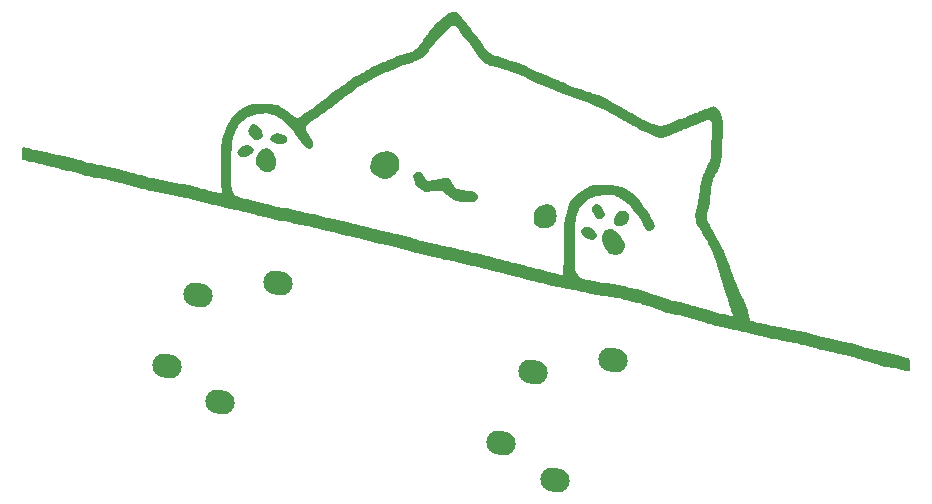
<source format=gbr>
%TF.GenerationSoftware,KiCad,Pcbnew,(5.99.0-11661-g1332208ab1)*%
%TF.CreationDate,2021-08-31T19:17:50-04:00*%
%TF.ProjectId,bongocat,626f6e67-6f63-4617-942e-6b696361645f,rev?*%
%TF.SameCoordinates,Original*%
%TF.FileFunction,Legend,Top*%
%TF.FilePolarity,Positive*%
%FSLAX46Y46*%
G04 Gerber Fmt 4.6, Leading zero omitted, Abs format (unit mm)*
G04 Created by KiCad (PCBNEW (5.99.0-11661-g1332208ab1)) date 2021-08-31 19:17:50*
%MOMM*%
%LPD*%
G01*
G04 APERTURE LIST*
G04 Aperture macros list*
%AMHorizOval*
0 Thick line with rounded ends*
0 $1 width*
0 $2 $3 position (X,Y) of the first rounded end (center of the circle)*
0 $4 $5 position (X,Y) of the second rounded end (center of the circle)*
0 Add line between two ends*
20,1,$1,$2,$3,$4,$5,0*
0 Add two circle primitives to create the rounded ends*
1,1,$1,$2,$3*
1,1,$1,$4,$5*%
G04 Aperture macros list end*
%ADD10HorizOval,2.000000X0.243593X-0.056238X-0.243593X0.056238X0*%
G04 APERTURE END LIST*
%TO.C,G\u002A\u002A\u002A*%
G36*
X153625351Y-65639330D02*
G01*
X153744200Y-65664090D01*
X153820501Y-65696256D01*
X153829317Y-65705001D01*
X153890243Y-65751036D01*
X153951598Y-65776644D01*
X154042154Y-65838563D01*
X154142829Y-65956376D01*
X154233917Y-66101990D01*
X154295711Y-66247316D01*
X154303973Y-66278938D01*
X154338961Y-66407001D01*
X154388001Y-66554551D01*
X154394850Y-66573095D01*
X154452710Y-66825099D01*
X154441978Y-67069456D01*
X154366845Y-67286615D01*
X154231504Y-67457026D01*
X154199971Y-67482036D01*
X153951534Y-67618457D01*
X153700584Y-67667590D01*
X153452212Y-67628986D01*
X153302761Y-67561370D01*
X153172019Y-67479417D01*
X153060686Y-67388380D01*
X152943088Y-67264968D01*
X152836011Y-67137980D01*
X152771186Y-67005603D01*
X152733490Y-66819105D01*
X152724579Y-66609771D01*
X152746108Y-66408885D01*
X152789924Y-66267399D01*
X152948117Y-65994925D01*
X153133106Y-65795322D01*
X153338411Y-65673462D01*
X153557548Y-65634220D01*
X153625351Y-65639330D01*
G37*
G36*
X181780001Y-70422416D02*
G01*
X181932990Y-70526113D01*
X181961339Y-70555497D01*
X182045960Y-70676293D01*
X182127928Y-70835170D01*
X182196066Y-71004199D01*
X182239193Y-71155457D01*
X182246134Y-71261016D01*
X182245271Y-71264831D01*
X182176951Y-71403190D01*
X182058287Y-71536703D01*
X181920586Y-71634046D01*
X181849921Y-71660413D01*
X181763118Y-71666194D01*
X181681357Y-71630447D01*
X181576857Y-71539857D01*
X181556671Y-71519884D01*
X181452891Y-71396596D01*
X181345918Y-71238331D01*
X181250207Y-71070617D01*
X181180215Y-70918980D01*
X181150395Y-70808947D01*
X181150175Y-70802037D01*
X181183141Y-70689780D01*
X181265392Y-70561343D01*
X181371962Y-70449833D01*
X181456720Y-70395564D01*
X181610946Y-70375636D01*
X181780001Y-70422416D01*
G37*
G36*
X177434685Y-70401737D02*
G01*
X177597309Y-70415165D01*
X177704370Y-70440317D01*
X177789334Y-70492999D01*
X177885667Y-70589019D01*
X177926796Y-70634170D01*
X178029729Y-70763036D01*
X178099413Y-70879720D01*
X178120000Y-70948012D01*
X178134780Y-71061211D01*
X178170342Y-71192868D01*
X178170554Y-71193475D01*
X178193792Y-71371801D01*
X178164550Y-71588422D01*
X178091665Y-71816956D01*
X177983977Y-72031023D01*
X177850323Y-72204243D01*
X177823359Y-72229792D01*
X177626920Y-72350928D01*
X177380038Y-72421040D01*
X177107491Y-72436901D01*
X176834057Y-72395286D01*
X176750851Y-72369455D01*
X176556946Y-72269605D01*
X176391290Y-72126980D01*
X176275602Y-71963672D01*
X176235337Y-71845059D01*
X176227430Y-71661473D01*
X176247983Y-71433997D01*
X176290923Y-71200906D01*
X176350178Y-71000470D01*
X176380248Y-70931710D01*
X176545701Y-70700601D01*
X176770221Y-70531921D01*
X177045371Y-70429912D01*
X177362713Y-70398813D01*
X177434685Y-70401737D01*
G37*
G36*
X154830447Y-64420868D02*
G01*
X155075776Y-64487009D01*
X155255888Y-64590325D01*
X155364915Y-64723617D01*
X155396989Y-64879688D01*
X155346243Y-65051340D01*
X155345527Y-65052683D01*
X155273231Y-65126701D01*
X155149876Y-65205503D01*
X155010507Y-65270876D01*
X154890168Y-65304607D01*
X154858947Y-65305559D01*
X154780707Y-65298317D01*
X154646084Y-65285478D01*
X154518209Y-65273117D01*
X154299590Y-65232930D01*
X154143259Y-65152991D01*
X154026136Y-65019153D01*
X153984293Y-64945807D01*
X153945621Y-64847445D01*
X153956568Y-64761644D01*
X153989783Y-64689893D01*
X154117886Y-64528451D01*
X154303412Y-64431012D01*
X154548670Y-64396838D01*
X154830447Y-64420868D01*
G37*
G36*
X152751866Y-63661311D02*
G01*
X152927849Y-63772814D01*
X153083080Y-63935861D01*
X153203629Y-64131805D01*
X153275566Y-64341998D01*
X153284960Y-64547792D01*
X153280924Y-64572916D01*
X153212608Y-64736687D01*
X153088508Y-64869532D01*
X152931693Y-64957198D01*
X152765237Y-64985430D01*
X152652638Y-64961068D01*
X152560061Y-64898001D01*
X152440185Y-64786007D01*
X152315638Y-64649980D01*
X152209054Y-64514815D01*
X152143063Y-64405408D01*
X152139468Y-64396582D01*
X152094792Y-64182422D01*
X152118459Y-63981630D01*
X152201370Y-63810651D01*
X152334428Y-63685932D01*
X152508535Y-63623920D01*
X152569061Y-63620000D01*
X152751866Y-63661311D01*
G37*
G36*
X149741740Y-67537182D02*
G01*
X149747578Y-67078139D01*
X149749788Y-66933736D01*
X149758477Y-66444610D01*
X149768186Y-66036118D01*
X149779563Y-65699771D01*
X149793251Y-65427081D01*
X149809897Y-65209559D01*
X149830146Y-65038718D01*
X149854644Y-64906070D01*
X149884037Y-64803124D01*
X149917895Y-64723499D01*
X149951730Y-64629706D01*
X149957467Y-64589815D01*
X149977103Y-64511809D01*
X150020109Y-64413966D01*
X150076176Y-64279499D01*
X150114146Y-64150237D01*
X150163578Y-63998460D01*
X150251055Y-63797219D01*
X150363839Y-63570285D01*
X150489193Y-63341434D01*
X150614377Y-63134437D01*
X150726654Y-62973070D01*
X150776282Y-62914480D01*
X150924428Y-62775566D01*
X151124353Y-62610838D01*
X151350727Y-62439164D01*
X151578216Y-62279414D01*
X151781490Y-62150456D01*
X151862847Y-62105125D01*
X151973209Y-62051356D01*
X152085224Y-62007441D01*
X152223806Y-61965272D01*
X152413869Y-61916743D01*
X152519473Y-61891465D01*
X152608655Y-61881132D01*
X152768483Y-61873066D01*
X152980497Y-61867798D01*
X153226237Y-61865855D01*
X153388421Y-61866562D01*
X153771653Y-61876705D01*
X154084014Y-61902023D01*
X154343053Y-61946522D01*
X154566319Y-62014206D01*
X154771362Y-62109081D01*
X154961642Y-62225607D01*
X155121280Y-62328157D01*
X155283712Y-62424763D01*
X155371403Y-62472500D01*
X155489530Y-62546541D01*
X155642325Y-62661008D01*
X155800838Y-62793907D01*
X155834602Y-62824350D01*
X156018515Y-62978456D01*
X156164925Y-63063544D01*
X156287857Y-63083310D01*
X156401339Y-63041452D01*
X156467480Y-62991165D01*
X156657868Y-62827960D01*
X156814102Y-62702222D01*
X156925799Y-62621950D01*
X156981428Y-62595088D01*
X157036874Y-62569779D01*
X157145006Y-62502165D01*
X157288203Y-62404710D01*
X157448843Y-62289878D01*
X157609307Y-62170135D01*
X157751974Y-62057947D01*
X157813944Y-62006159D01*
X157956268Y-61890417D01*
X158106549Y-61778080D01*
X158149319Y-61748421D01*
X158283423Y-61655659D01*
X158408131Y-61565566D01*
X158431605Y-61547895D01*
X158556521Y-61454950D01*
X158675026Y-61369649D01*
X158778111Y-61289752D01*
X158911241Y-61177128D01*
X159007277Y-61091140D01*
X159119757Y-60992288D01*
X159207551Y-60923761D01*
X159247640Y-60901754D01*
X159301857Y-60872582D01*
X159355050Y-60823772D01*
X159429814Y-60753944D01*
X159531480Y-60682066D01*
X159683468Y-60592110D01*
X159738421Y-60561395D01*
X159842506Y-60496591D01*
X159988974Y-60396606D01*
X160156733Y-60276885D01*
X160324692Y-60152873D01*
X160471758Y-60040016D01*
X160576839Y-59953760D01*
X160607462Y-59924996D01*
X160703787Y-59843769D01*
X160852176Y-59741643D01*
X161033091Y-59629611D01*
X161226991Y-59518666D01*
X161414337Y-59419800D01*
X161575590Y-59344007D01*
X161691208Y-59302279D01*
X161722745Y-59297544D01*
X161787724Y-59272704D01*
X161887702Y-59213154D01*
X161989304Y-59141349D01*
X162059155Y-59079744D01*
X162070467Y-59063596D01*
X162121508Y-59030658D01*
X162129142Y-59030175D01*
X162190833Y-59006062D01*
X162288766Y-58946289D01*
X162314815Y-58928041D01*
X162424446Y-58859834D01*
X162584200Y-58773163D01*
X162762446Y-58685050D01*
X162790877Y-58671813D01*
X162946726Y-58596941D01*
X163067758Y-58533115D01*
X163133787Y-58491181D01*
X163139941Y-58484298D01*
X163190565Y-58458519D01*
X163261994Y-58450877D01*
X163342386Y-58432032D01*
X163482724Y-58380682D01*
X163663455Y-58304603D01*
X163865026Y-58211570D01*
X163871000Y-58208691D01*
X164155927Y-58072101D01*
X164372180Y-57970915D01*
X164530694Y-57900475D01*
X164642404Y-57856122D01*
X164718246Y-57833195D01*
X164766824Y-57827017D01*
X164843539Y-57803074D01*
X164861391Y-57785031D01*
X164917571Y-57754569D01*
X165030549Y-57725079D01*
X165097968Y-57713757D01*
X165554721Y-57618743D01*
X165942195Y-57469834D01*
X166262937Y-57265893D01*
X166414752Y-57126809D01*
X166517907Y-57008031D01*
X166632538Y-56858896D01*
X166745108Y-56699384D01*
X166842081Y-56549474D01*
X166909918Y-56429145D01*
X166935087Y-56358860D01*
X166964493Y-56310038D01*
X167036309Y-56232503D01*
X167046491Y-56222807D01*
X167122017Y-56140667D01*
X167157507Y-56080043D01*
X167157894Y-56076179D01*
X167185393Y-56028509D01*
X167257472Y-55933457D01*
X167358505Y-55809354D01*
X167472865Y-55674531D01*
X167584927Y-55547316D01*
X167679064Y-55446042D01*
X167739649Y-55389037D01*
X167748333Y-55383567D01*
X167779697Y-55332250D01*
X167781754Y-55311682D01*
X167813126Y-55257608D01*
X167895436Y-55164271D01*
X168010974Y-55049245D01*
X168142033Y-54930104D01*
X168270901Y-54824422D01*
X168278820Y-54818407D01*
X168372100Y-54744861D01*
X168501966Y-54638757D01*
X168644799Y-54519839D01*
X168776981Y-54407850D01*
X168874891Y-54322535D01*
X168902981Y-54296660D01*
X169010847Y-54224372D01*
X169095182Y-54191566D01*
X169179132Y-54157153D01*
X169207719Y-54123590D01*
X169246607Y-54094927D01*
X169344913Y-54084365D01*
X169475104Y-54090462D01*
X169609645Y-54111773D01*
X169721001Y-54146857D01*
X169729527Y-54150931D01*
X169830364Y-54220350D01*
X169956396Y-54332884D01*
X170059443Y-54441092D01*
X170194497Y-54594747D01*
X170352117Y-54773381D01*
X170481847Y-54919898D01*
X170620905Y-55088488D01*
X170773679Y-55291945D01*
X170908745Y-55488292D01*
X170917411Y-55501758D01*
X171041929Y-55685650D01*
X171178392Y-55870559D01*
X171299912Y-56020261D01*
X171314335Y-56036495D01*
X171421439Y-56159177D01*
X171507595Y-56265083D01*
X171547193Y-56320563D01*
X171591449Y-56389730D01*
X171672200Y-56511009D01*
X171775266Y-56663198D01*
X171825701Y-56736928D01*
X171927954Y-56889037D01*
X172007534Y-57013345D01*
X172053127Y-57091879D01*
X172059649Y-57108589D01*
X172089589Y-57152264D01*
X172168517Y-57238771D01*
X172280091Y-57350322D01*
X172293596Y-57363300D01*
X172536036Y-57563689D01*
X172795247Y-57723365D01*
X173045002Y-57827106D01*
X173129122Y-57848141D01*
X173246853Y-57877565D01*
X173419548Y-57927996D01*
X173618319Y-57990251D01*
X173814275Y-58055146D01*
X173978530Y-58113498D01*
X174042631Y-58138540D01*
X174139029Y-58174875D01*
X174276171Y-58222773D01*
X174332280Y-58241564D01*
X174980185Y-58469432D01*
X175576036Y-58707081D01*
X176053061Y-58923605D01*
X176371035Y-59077176D01*
X176629435Y-59199259D01*
X176848079Y-59298854D01*
X177046789Y-59384963D01*
X177245384Y-59466586D01*
X177273333Y-59477779D01*
X177446119Y-59547878D01*
X177617479Y-59619096D01*
X177696666Y-59652845D01*
X177833604Y-59708638D01*
X178013272Y-59777313D01*
X178175701Y-59836454D01*
X178322994Y-59892934D01*
X178430212Y-59942362D01*
X178476094Y-59974825D01*
X178476491Y-59976707D01*
X178514452Y-60002785D01*
X178580467Y-60010526D01*
X178675809Y-60023578D01*
X178717865Y-60043947D01*
X178783680Y-60076857D01*
X178791130Y-60077368D01*
X178853672Y-60099462D01*
X178953095Y-60153714D01*
X179061053Y-60222079D01*
X179149204Y-60286515D01*
X179189202Y-60328975D01*
X179189473Y-60330956D01*
X179228364Y-60359324D01*
X179324126Y-60387928D01*
X179345930Y-60392330D01*
X179456658Y-60422083D01*
X179523056Y-60456549D01*
X179526806Y-60461192D01*
X179585066Y-60490759D01*
X179671138Y-60501151D01*
X179762524Y-60516077D01*
X179913478Y-60555980D01*
X180100269Y-60614147D01*
X180236666Y-60661075D01*
X180443317Y-60733244D01*
X180638677Y-60798352D01*
X180795138Y-60847345D01*
X180860526Y-60865662D01*
X181014123Y-60910850D01*
X181156583Y-60962375D01*
X181172456Y-60969100D01*
X181302222Y-61017335D01*
X181461488Y-61065937D01*
X181506666Y-61077852D01*
X181620729Y-61107853D01*
X181715468Y-61138082D01*
X181817740Y-61178982D01*
X181954402Y-61240992D01*
X182085965Y-61303051D01*
X182284515Y-61401404D01*
X182490840Y-61510579D01*
X182686595Y-61620081D01*
X182853436Y-61719413D01*
X182973016Y-61798081D01*
X183021754Y-61838430D01*
X183070437Y-61869632D01*
X183176240Y-61926823D01*
X183311403Y-61995202D01*
X183483623Y-62084187D01*
X183690416Y-62197148D01*
X183890412Y-62311423D01*
X183912982Y-62324736D01*
X184119074Y-62443901D01*
X184346348Y-62570848D01*
X184547760Y-62679326D01*
X184559122Y-62685262D01*
X184813841Y-62821505D01*
X185090004Y-62976635D01*
X185410714Y-63163715D01*
X185517994Y-63227382D01*
X185623948Y-63281968D01*
X185779488Y-63352313D01*
X185948444Y-63422183D01*
X186120648Y-63490361D01*
X186278369Y-63553615D01*
X186386140Y-63597706D01*
X186642804Y-63698287D01*
X186835812Y-63758832D01*
X186959776Y-63777829D01*
X186997804Y-63769285D01*
X187077553Y-63734430D01*
X187099122Y-63730366D01*
X187207894Y-63714312D01*
X187341692Y-63684968D01*
X187464468Y-63651315D01*
X187540173Y-63622335D01*
X187544737Y-63619335D01*
X187615951Y-63587946D01*
X187730727Y-63555897D01*
X187745263Y-63552718D01*
X187858434Y-63517107D01*
X188019936Y-63451978D01*
X188199476Y-63369784D01*
X188245589Y-63347046D01*
X188416518Y-63267562D01*
X188569506Y-63207402D01*
X188678468Y-63176484D01*
X188699714Y-63174386D01*
X188794458Y-63158098D01*
X188837017Y-63129824D01*
X188900934Y-63090099D01*
X188936356Y-63085263D01*
X189011116Y-63068014D01*
X189139470Y-63022689D01*
X189294260Y-62958922D01*
X189301358Y-62955797D01*
X189504223Y-62868049D01*
X189734217Y-62771244D01*
X189906491Y-62700574D01*
X190066146Y-62631994D01*
X190197038Y-62568114D01*
X190273315Y-62521654D01*
X190277305Y-62518111D01*
X190369015Y-62468396D01*
X190413218Y-62461403D01*
X190504107Y-62441998D01*
X190532579Y-62425217D01*
X190593228Y-62395757D01*
X190715409Y-62350568D01*
X190874975Y-62298449D01*
X190909122Y-62288007D01*
X191083837Y-62233924D01*
X191236551Y-62184408D01*
X191337554Y-62149126D01*
X191345693Y-62145947D01*
X191494663Y-62107724D01*
X191624290Y-62131458D01*
X191758337Y-62224431D01*
X191829798Y-62294298D01*
X191933405Y-62412822D01*
X192009693Y-62519493D01*
X192035706Y-62572807D01*
X192063638Y-62660951D01*
X192111618Y-62799501D01*
X192158579Y-62929298D01*
X192185431Y-63004527D01*
X192206678Y-63075791D01*
X192222744Y-63153720D01*
X192234054Y-63248945D01*
X192241033Y-63372096D01*
X192244106Y-63533804D01*
X192243699Y-63744700D01*
X192240237Y-64015413D01*
X192234143Y-64356575D01*
X192228060Y-64667193D01*
X192219508Y-65034223D01*
X192208955Y-65384445D01*
X192196976Y-65704805D01*
X192184145Y-65982248D01*
X192171036Y-66203717D01*
X192158224Y-66356159D01*
X192151646Y-66405088D01*
X192113295Y-66600374D01*
X192066998Y-66804119D01*
X192018603Y-66993740D01*
X191973961Y-67146654D01*
X191938919Y-67240278D01*
X191932358Y-67251754D01*
X191900371Y-67324974D01*
X191870443Y-67427006D01*
X191819263Y-67551922D01*
X191737303Y-67678531D01*
X191730615Y-67686653D01*
X191659638Y-67782961D01*
X191623334Y-67855602D01*
X191622105Y-67864384D01*
X191595855Y-67936257D01*
X191563181Y-67983509D01*
X191486540Y-68122370D01*
X191414889Y-68349773D01*
X191348325Y-68665266D01*
X191286945Y-69068404D01*
X191241238Y-69457544D01*
X191199371Y-69844621D01*
X191162791Y-70154722D01*
X191129324Y-70399678D01*
X191096797Y-70591324D01*
X191063036Y-70741491D01*
X191025866Y-70862014D01*
X190983113Y-70964724D01*
X190953588Y-71023268D01*
X190927610Y-71105716D01*
X190900964Y-71242870D01*
X190884700Y-71361302D01*
X190873573Y-71512322D01*
X190884477Y-71637403D01*
X190925447Y-71760718D01*
X191004515Y-71906443D01*
X191129714Y-72098752D01*
X191129794Y-72098871D01*
X191197044Y-72208406D01*
X191293041Y-72377846D01*
X191406857Y-72587292D01*
X191527560Y-72816843D01*
X191576714Y-72912568D01*
X191687408Y-73126767D01*
X191786027Y-73311984D01*
X191864751Y-73453967D01*
X191915764Y-73538462D01*
X191929289Y-73555342D01*
X191970601Y-73613096D01*
X191998621Y-73682090D01*
X192036632Y-73772838D01*
X192104713Y-73909848D01*
X192183278Y-74054720D01*
X192265861Y-74210182D01*
X192331912Y-74351484D01*
X192365325Y-74442279D01*
X192399697Y-74541321D01*
X192461474Y-74687821D01*
X192537001Y-74849474D01*
X192614866Y-75023761D01*
X192703599Y-75246575D01*
X192788804Y-75480974D01*
X192823568Y-75584737D01*
X192966465Y-76011259D01*
X193097379Y-76369217D01*
X193223351Y-76677116D01*
X193317874Y-76884345D01*
X193384602Y-77033514D01*
X193431857Y-77157309D01*
X193449122Y-77227066D01*
X193476708Y-77305796D01*
X193496722Y-77324509D01*
X193526041Y-77385381D01*
X193520401Y-77416262D01*
X193517315Y-77471041D01*
X193530692Y-77478596D01*
X193565575Y-77516412D01*
X193610481Y-77610648D01*
X193623545Y-77645702D01*
X193737303Y-77929818D01*
X193883535Y-78215929D01*
X193969544Y-78363538D01*
X194058845Y-78535752D01*
X194147789Y-78745360D01*
X194208648Y-78920556D01*
X194275876Y-79138716D01*
X194353313Y-79381619D01*
X194411381Y-79558187D01*
X194465241Y-79743430D01*
X194503734Y-79923110D01*
X194518595Y-80058590D01*
X194518596Y-80059502D01*
X194526999Y-80179872D01*
X194558175Y-80233096D01*
X194596579Y-80241598D01*
X194675217Y-80256260D01*
X194809386Y-80294695D01*
X194971355Y-80348887D01*
X194986491Y-80354315D01*
X195202445Y-80418406D01*
X195445435Y-80470225D01*
X195622902Y-80494343D01*
X195784091Y-80512609D01*
X195907507Y-80535204D01*
X195968919Y-80557566D01*
X195970883Y-80559872D01*
X196028834Y-80589166D01*
X196103761Y-80597895D01*
X196223079Y-80615709D01*
X196290517Y-80641735D01*
X196371123Y-80668627D01*
X196511565Y-80698704D01*
X196683039Y-80725899D01*
X196702105Y-80728397D01*
X196926175Y-80761959D01*
X197170567Y-80805880D01*
X197348245Y-80843092D01*
X197577338Y-80894371D01*
X197807901Y-80942370D01*
X198075220Y-80994309D01*
X198217193Y-81020945D01*
X198327260Y-81042571D01*
X198478294Y-81073567D01*
X198551403Y-81088934D01*
X198728092Y-81124042D01*
X198932901Y-81161442D01*
X199040504Y-81179726D01*
X199210753Y-81210988D01*
X199365928Y-81245176D01*
X199441556Y-81265617D01*
X199559163Y-81300758D01*
X199721301Y-81347017D01*
X199843684Y-81380901D01*
X200003321Y-81424980D01*
X200165858Y-81471196D01*
X200355913Y-81526679D01*
X200598103Y-81598561D01*
X200698263Y-81628472D01*
X200829487Y-81659390D01*
X200996201Y-81688246D01*
X201067196Y-81697727D01*
X201201171Y-81719968D01*
X201294344Y-81747296D01*
X201318142Y-81762852D01*
X201375741Y-81791456D01*
X201461665Y-81801579D01*
X201561106Y-81812678D01*
X201716502Y-81841614D01*
X201897857Y-81882650D01*
X201938070Y-81892684D01*
X202150595Y-81946233D01*
X202311292Y-81985133D01*
X202454563Y-82017255D01*
X202614810Y-82050472D01*
X202717894Y-82071113D01*
X202869163Y-82101244D01*
X203062496Y-82139786D01*
X203230351Y-82173270D01*
X203423849Y-82217167D01*
X203614770Y-82269015D01*
X203742807Y-82310887D01*
X203882542Y-82361982D01*
X203999972Y-82402525D01*
X204032456Y-82412816D01*
X204115385Y-82447673D01*
X204143859Y-82469457D01*
X204196899Y-82495337D01*
X204307940Y-82528400D01*
X204388947Y-82547518D01*
X204568168Y-82590169D01*
X204768952Y-82643697D01*
X204856842Y-82669154D01*
X205038823Y-82719006D01*
X205263484Y-82771182D01*
X205545166Y-82828755D01*
X205898208Y-82894799D01*
X205970877Y-82907902D01*
X206320094Y-82980065D01*
X206705555Y-83075754D01*
X206995789Y-83157712D01*
X207336613Y-83257055D01*
X207612610Y-83332098D01*
X207817803Y-83381319D01*
X207946218Y-83403200D01*
X207965000Y-83404214D01*
X208005869Y-83407698D01*
X208033783Y-83426671D01*
X208051209Y-83475425D01*
X208060618Y-83568252D01*
X208064478Y-83719446D01*
X208065259Y-83943299D01*
X208065263Y-83984561D01*
X208066583Y-84231925D01*
X208061645Y-84400861D01*
X208037096Y-84501778D01*
X207979588Y-84545090D01*
X207875767Y-84541206D01*
X207712286Y-84500540D01*
X207485965Y-84436320D01*
X207299590Y-84382700D01*
X207143548Y-84334346D01*
X207039342Y-84298100D01*
X207010794Y-84285109D01*
X206943847Y-84266119D01*
X206813580Y-84246345D01*
X206645681Y-84229520D01*
X206609741Y-84226830D01*
X206320388Y-84194834D01*
X206017833Y-84141585D01*
X205729268Y-84073311D01*
X205481885Y-83996242D01*
X205337823Y-83935457D01*
X205246809Y-83904711D01*
X205113029Y-83875027D01*
X205070455Y-83867912D01*
X204942119Y-83842568D01*
X204850818Y-83814214D01*
X204834561Y-83805377D01*
X204766555Y-83775958D01*
X204647160Y-83740735D01*
X204589473Y-83726789D01*
X204445537Y-83690599D01*
X204257025Y-83638200D01*
X204048969Y-83577143D01*
X203846401Y-83514976D01*
X203674356Y-83459248D01*
X203557865Y-83417509D01*
X203542280Y-83410998D01*
X203351469Y-83332475D01*
X203195556Y-83284116D01*
X203031433Y-83252977D01*
X203002210Y-83248822D01*
X202841078Y-83222187D01*
X202693528Y-83190706D01*
X202651052Y-83179344D01*
X202503712Y-83139529D01*
X202295004Y-83087937D01*
X202050895Y-83030571D01*
X201797349Y-82973431D01*
X201560330Y-82922519D01*
X201403333Y-82890935D01*
X201090380Y-82827786D01*
X200783046Y-82760417D01*
X200510543Y-82695445D01*
X200333859Y-82648679D01*
X200164220Y-82602633D01*
X199990786Y-82558513D01*
X199977368Y-82555269D01*
X199839590Y-82517367D01*
X199726221Y-82478277D01*
X199710000Y-82471275D01*
X199614478Y-82437611D01*
X199473247Y-82398913D01*
X199398070Y-82381337D01*
X199228960Y-82343739D01*
X199025766Y-82297762D01*
X198885614Y-82265612D01*
X198696533Y-82221973D01*
X198508139Y-82178600D01*
X198395438Y-82152726D01*
X198242509Y-82122437D01*
X198047663Y-82090126D01*
X197885365Y-82067105D01*
X197710593Y-82040436D01*
X197556680Y-82009565D01*
X197462032Y-81982855D01*
X197316894Y-81939205D01*
X197094363Y-81890198D01*
X196805837Y-81838158D01*
X196568421Y-81800827D01*
X196371205Y-81765190D01*
X196141185Y-81714629D01*
X195944561Y-81664479D01*
X195755104Y-81615100D01*
X195573366Y-81573457D01*
X195437210Y-81548193D01*
X195432105Y-81547492D01*
X195307585Y-81523978D01*
X195220808Y-81495333D01*
X195209298Y-81488281D01*
X195141823Y-81461752D01*
X195019745Y-81433701D01*
X194941929Y-81420773D01*
X194804387Y-81396965D01*
X194702799Y-81372194D01*
X194674561Y-81360925D01*
X194609473Y-81338075D01*
X194486024Y-81307040D01*
X194362631Y-81280921D01*
X194181622Y-81243650D01*
X194005233Y-81204348D01*
X193917017Y-81182983D01*
X193775558Y-81147992D01*
X193592564Y-81104335D01*
X193449122Y-81071010D01*
X193163043Y-81005441D01*
X192875753Y-80939476D01*
X192614023Y-80879269D01*
X192404620Y-80830974D01*
X192357368Y-80820043D01*
X192222467Y-80790727D01*
X192039279Y-80753348D01*
X191847173Y-80715937D01*
X191844912Y-80715508D01*
X191627255Y-80668543D01*
X191394360Y-80609444D01*
X191221052Y-80558570D01*
X191023141Y-80495575D01*
X190814840Y-80430822D01*
X190686315Y-80391843D01*
X190429476Y-80313315D01*
X190203088Y-80240344D01*
X190028023Y-80179789D01*
X189951052Y-80150093D01*
X189850412Y-80119643D01*
X189711037Y-80090339D01*
X189672777Y-80084087D01*
X189550554Y-80057628D01*
X189470508Y-80025620D01*
X189458480Y-80014719D01*
X189399247Y-79983587D01*
X189321633Y-79974035D01*
X189198432Y-79955969D01*
X189126113Y-79929177D01*
X189036889Y-79897586D01*
X188895514Y-79863559D01*
X188783691Y-79842977D01*
X188592374Y-79808071D01*
X188373558Y-79761965D01*
X188235438Y-79729529D01*
X188046909Y-79683823D01*
X187858926Y-79640197D01*
X187745263Y-79615184D01*
X187523417Y-79559063D01*
X187299142Y-79479952D01*
X187136949Y-79411793D01*
X187027399Y-79369642D01*
X186950524Y-79350308D01*
X186946959Y-79350175D01*
X186868369Y-79330368D01*
X186820009Y-79308226D01*
X186736779Y-79274100D01*
X186600339Y-79228629D01*
X186475263Y-79191642D01*
X186202960Y-79112486D01*
X185974281Y-79039763D01*
X185805095Y-78978719D01*
X185729464Y-78945172D01*
X185640038Y-78910623D01*
X185602514Y-78904561D01*
X185530658Y-78887362D01*
X185422516Y-78845509D01*
X185412524Y-78841045D01*
X185228150Y-78775007D01*
X184971854Y-78708878D01*
X184660727Y-78646963D01*
X184603684Y-78637179D01*
X184381089Y-78593277D01*
X184148069Y-78536791D01*
X183946565Y-78478207D01*
X183890701Y-78458947D01*
X183572952Y-78364662D01*
X183243919Y-78304584D01*
X183155438Y-78295593D01*
X183005978Y-78280310D01*
X182887197Y-78262182D01*
X182843508Y-78251357D01*
X182754498Y-78230920D01*
X182629312Y-78214907D01*
X182620701Y-78214191D01*
X182488606Y-78199184D01*
X182315208Y-78173869D01*
X182197368Y-78154127D01*
X182024136Y-78123664D01*
X181804300Y-78085540D01*
X181579140Y-78046903D01*
X181528947Y-78038357D01*
X181299626Y-77997294D01*
X181057313Y-77950580D01*
X180848137Y-77907166D01*
X180815965Y-77900033D01*
X180614100Y-77856233D01*
X180405519Y-77813489D01*
X180263045Y-77786193D01*
X180119757Y-77756509D01*
X180010748Y-77727211D01*
X179973396Y-77712156D01*
X179896878Y-77687097D01*
X179744479Y-77656241D01*
X179529072Y-77621884D01*
X179278596Y-77588194D01*
X178998014Y-77543680D01*
X178802421Y-77490891D01*
X178766140Y-77476019D01*
X178679333Y-77450612D01*
X178533904Y-77421445D01*
X178359827Y-77394451D01*
X178342807Y-77392204D01*
X177756169Y-77286397D01*
X177295614Y-77167672D01*
X177162742Y-77131269D01*
X176990464Y-77087558D01*
X176765452Y-77033295D01*
X176474380Y-76965239D01*
X176270701Y-76918321D01*
X176023539Y-76861338D01*
X175841928Y-76818503D01*
X175704469Y-76784397D01*
X175589766Y-76753598D01*
X175476422Y-76720683D01*
X175401754Y-76698146D01*
X175213195Y-76640861D01*
X175014995Y-76580753D01*
X174933859Y-76556186D01*
X174756713Y-76509931D01*
X174551455Y-76466558D01*
X174444759Y-76448195D01*
X174274380Y-76418773D01*
X174119131Y-76386221D01*
X174043706Y-76366608D01*
X173602565Y-76236502D01*
X173181727Y-76121931D01*
X172735654Y-76010706D01*
X172549824Y-75966727D01*
X172431598Y-75937278D01*
X172260950Y-75892601D01*
X172071286Y-75841468D01*
X172037368Y-75832163D01*
X171879039Y-75788946D01*
X171745647Y-75753820D01*
X171614311Y-75721278D01*
X171462148Y-75685815D01*
X171266279Y-75641924D01*
X171034737Y-75590889D01*
X170640763Y-75503824D01*
X170326918Y-75433280D01*
X170086079Y-75377598D01*
X169911126Y-75335119D01*
X169794938Y-75304183D01*
X169762645Y-75294454D01*
X169631970Y-75261242D01*
X169469428Y-75230388D01*
X169417294Y-75222576D01*
X169294785Y-75198472D01*
X169219310Y-75169534D01*
X169207719Y-75155346D01*
X169168329Y-75130334D01*
X169070668Y-75116598D01*
X169040614Y-75115779D01*
X168880889Y-75102884D01*
X168712496Y-75072797D01*
X168695263Y-75068511D01*
X168498975Y-75020273D01*
X168271151Y-74968229D01*
X168045330Y-74919697D01*
X167855047Y-74881996D01*
X167781754Y-74869178D01*
X167647245Y-74842624D01*
X167476383Y-74802599D01*
X167380701Y-74777812D01*
X167146692Y-74714733D01*
X166973141Y-74668644D01*
X166834537Y-74633032D01*
X166705369Y-74601385D01*
X166560129Y-74567190D01*
X166511754Y-74555957D01*
X166249717Y-74491619D01*
X166004721Y-74424897D01*
X165800526Y-74362602D01*
X165665087Y-74313345D01*
X165566862Y-74280222D01*
X165427355Y-74242665D01*
X165375438Y-74230494D01*
X165216407Y-74192685D01*
X165024501Y-74144046D01*
X164907544Y-74113011D01*
X164744932Y-74070152D01*
X164601661Y-74034602D01*
X164528772Y-74018251D01*
X164402978Y-73984581D01*
X164328245Y-73957102D01*
X164239997Y-73931462D01*
X164094893Y-73901950D01*
X163927193Y-73875374D01*
X163708021Y-73840176D01*
X163465176Y-73793540D01*
X163303333Y-73757725D01*
X163121139Y-73714037D01*
X162950559Y-73673245D01*
X162835438Y-73645825D01*
X162701514Y-73611095D01*
X162531323Y-73563152D01*
X162434386Y-73534379D01*
X162243736Y-73480361D01*
X162029478Y-73425220D01*
X161921929Y-73399860D01*
X161460283Y-73286734D01*
X161208947Y-73217146D01*
X161110383Y-73193371D01*
X160970440Y-73164480D01*
X160919298Y-73154828D01*
X160700550Y-73110262D01*
X160419516Y-73046154D01*
X160099457Y-72967948D01*
X159872105Y-72909680D01*
X159563309Y-72831844D01*
X159228596Y-72753335D01*
X158846804Y-72669345D01*
X158431553Y-72582224D01*
X158289500Y-72549430D01*
X158181550Y-72518180D01*
X158145338Y-72503107D01*
X158071353Y-72473863D01*
X157954408Y-72441945D01*
X157937118Y-72438050D01*
X157800503Y-72405191D01*
X157628252Y-72359935D01*
X157532631Y-72333368D01*
X157369535Y-72290198D01*
X157219739Y-72255927D01*
X157153859Y-72243882D01*
X157028531Y-72223071D01*
X156867202Y-72193367D01*
X156797368Y-72179727D01*
X156640975Y-72149111D01*
X156438769Y-72110327D01*
X156232580Y-72071393D01*
X156218070Y-72068681D01*
X156012913Y-72026353D01*
X155808667Y-71977650D01*
X155647372Y-71932644D01*
X155638772Y-71929891D01*
X155481074Y-71888894D01*
X155277219Y-71849413D01*
X155069917Y-71819659D01*
X155059473Y-71818491D01*
X154875215Y-71796941D01*
X154712953Y-71775678D01*
X154603287Y-71758756D01*
X154591579Y-71756501D01*
X154367838Y-71709480D01*
X154215662Y-71674080D01*
X154118901Y-71646120D01*
X154061409Y-71621423D01*
X154055037Y-71617656D01*
X154018529Y-71599067D01*
X153963245Y-71580712D01*
X153874326Y-71559245D01*
X153736911Y-71531319D01*
X153536141Y-71493587D01*
X153366140Y-71462493D01*
X153178528Y-71422339D01*
X152990205Y-71372667D01*
X152898245Y-71343578D01*
X152735013Y-71291662D01*
X152541749Y-71237411D01*
X152441491Y-71212092D01*
X152118562Y-71134114D01*
X151863496Y-71070452D01*
X151657138Y-71016169D01*
X151480334Y-70966327D01*
X151427719Y-70950763D01*
X151235499Y-70900886D01*
X151019799Y-70855753D01*
X150915263Y-70838209D01*
X150692606Y-70801938D01*
X150475012Y-70760289D01*
X150283329Y-70717871D01*
X150138410Y-70679293D01*
X150061629Y-70649511D01*
X149991893Y-70624533D01*
X149865071Y-70594689D01*
X149749700Y-70573431D01*
X149557197Y-70537768D01*
X149337540Y-70491104D01*
X149199649Y-70458599D01*
X149016595Y-70414360D01*
X148839149Y-70373757D01*
X148731754Y-70350907D01*
X148587607Y-70318255D01*
X148406501Y-70272009D01*
X148286140Y-70238784D01*
X148089193Y-70184710D01*
X147879383Y-70130668D01*
X147773684Y-70105113D01*
X147582603Y-70055094D01*
X147382449Y-69994456D01*
X147305789Y-69968406D01*
X147135973Y-69913047D01*
X146951971Y-69865471D01*
X146730264Y-69820414D01*
X146447337Y-69772613D01*
X146392280Y-69763964D01*
X146212518Y-69733831D01*
X146043986Y-69702074D01*
X145946666Y-69681008D01*
X145870781Y-69663540D01*
X145778299Y-69644492D01*
X145654631Y-69621193D01*
X145485194Y-69590973D01*
X145255399Y-69551158D01*
X144988596Y-69505540D01*
X144829061Y-69475872D01*
X144627112Y-69434956D01*
X144431579Y-69392774D01*
X144220993Y-69347980D01*
X143999950Y-69304613D01*
X143830000Y-69274392D01*
X143670398Y-69244498D01*
X143536117Y-69212586D01*
X143473508Y-69192254D01*
X143307505Y-69129063D01*
X143097739Y-69065721D01*
X142830235Y-68998466D01*
X142491018Y-68923539D01*
X142418750Y-68908425D01*
X142275982Y-68874490D01*
X142170305Y-68841463D01*
X142132815Y-68822544D01*
X142069739Y-68800440D01*
X141957797Y-68789406D01*
X141936265Y-68789123D01*
X141800515Y-68768330D01*
X141637238Y-68715380D01*
X141553780Y-68677906D01*
X141415708Y-68615200D01*
X141298932Y-68574780D01*
X141251528Y-68566502D01*
X141167135Y-68555999D01*
X141020839Y-68528354D01*
X140836936Y-68489055D01*
X140639726Y-68443593D01*
X140453504Y-68397458D01*
X140302570Y-68356138D01*
X140254925Y-68341337D01*
X140053700Y-68286904D01*
X139784884Y-68232145D01*
X139469896Y-68181241D01*
X139351579Y-68164961D01*
X139106475Y-68129480D01*
X138832267Y-68082999D01*
X138506751Y-68021614D01*
X138282105Y-67976919D01*
X138103684Y-67930722D01*
X137928485Y-67869503D01*
X137858772Y-67838552D01*
X137625157Y-67747212D01*
X137316708Y-67666532D01*
X136947419Y-67599949D01*
X136811579Y-67581273D01*
X136618397Y-67550029D01*
X136434001Y-67509183D01*
X136299122Y-67467858D01*
X136164727Y-67414361D01*
X136052293Y-67369429D01*
X136031754Y-67361180D01*
X135915101Y-67322634D01*
X135831228Y-67301218D01*
X135729992Y-67277981D01*
X135577699Y-67241547D01*
X135430175Y-67205436D01*
X135241700Y-67160667D01*
X135053757Y-67119014D01*
X134940000Y-67095899D01*
X134781267Y-67061905D01*
X134589681Y-67015389D01*
X134472105Y-66984286D01*
X134202657Y-66913185D01*
X133909179Y-66841111D01*
X133617517Y-66773965D01*
X133353515Y-66717647D01*
X133143019Y-66678057D01*
X133101842Y-66671473D01*
X132934737Y-66646137D01*
X132934737Y-66085941D01*
X132935171Y-65854555D01*
X132938207Y-65698552D01*
X132946441Y-65604191D01*
X132962471Y-65557733D01*
X132988894Y-65545437D01*
X133028308Y-65553564D01*
X133035000Y-65555546D01*
X133145786Y-65581065D01*
X133288728Y-65605322D01*
X133313508Y-65608722D01*
X133452471Y-65633300D01*
X133566128Y-65663866D01*
X133580877Y-65669519D01*
X133705724Y-65710894D01*
X133905782Y-65763228D01*
X134168264Y-65823365D01*
X134405263Y-65873080D01*
X134611082Y-65915896D01*
X134844584Y-65966090D01*
X135006842Y-66001977D01*
X135189232Y-66041988D01*
X135359941Y-66077691D01*
X135474737Y-66099996D01*
X135593535Y-66129013D01*
X135674887Y-66162623D01*
X135679428Y-66165850D01*
X135747453Y-66193016D01*
X135873245Y-66224074D01*
X135991358Y-66245885D01*
X136436080Y-66324728D01*
X136852374Y-66413740D01*
X137211013Y-66506630D01*
X137234770Y-66513578D01*
X137411013Y-66560018D01*
X137572657Y-66593097D01*
X137684098Y-66605614D01*
X137789960Y-66614128D01*
X137850469Y-66634446D01*
X137932625Y-66681922D01*
X138086200Y-66739723D01*
X138294670Y-66803721D01*
X138541512Y-66869789D01*
X138810201Y-66933799D01*
X139084214Y-66991624D01*
X139347026Y-67039137D01*
X139582114Y-67072210D01*
X139618947Y-67076182D01*
X139774995Y-67096285D01*
X139896439Y-67119606D01*
X139953158Y-67139231D01*
X140021892Y-67166041D01*
X140142107Y-67193869D01*
X140196034Y-67203064D01*
X140327101Y-67229624D01*
X140421930Y-67260522D01*
X140441122Y-67271590D01*
X140507792Y-67298926D01*
X140632796Y-67330720D01*
X140755263Y-67354172D01*
X140931851Y-67387738D01*
X141143498Y-67434282D01*
X141366252Y-67487801D01*
X141576162Y-67542289D01*
X141749276Y-67591742D01*
X141861642Y-67630156D01*
X141869298Y-67633464D01*
X141982661Y-67673417D01*
X142169705Y-67723779D01*
X142436444Y-67786116D01*
X142560000Y-67813279D01*
X142864932Y-67881397D01*
X143098443Y-67938745D01*
X143276878Y-67990048D01*
X143416581Y-68040031D01*
X143533898Y-68093421D01*
X143540351Y-68096717D01*
X143639834Y-68129396D01*
X143795309Y-68160863D01*
X143973811Y-68184498D01*
X143980672Y-68185159D01*
X144151788Y-68205464D01*
X144293886Y-68229654D01*
X144378223Y-68252761D01*
X144381725Y-68254473D01*
X144473170Y-68286399D01*
X144635012Y-68326486D01*
X144849343Y-68370857D01*
X145098254Y-68415636D01*
X145211403Y-68434043D01*
X145387206Y-68465903D01*
X145561520Y-68503830D01*
X145612456Y-68516657D01*
X145775496Y-68548924D01*
X145938274Y-68564922D01*
X145955177Y-68565253D01*
X146070071Y-68576990D01*
X146141617Y-68604539D01*
X146147193Y-68610877D01*
X146205266Y-68638866D01*
X146317265Y-68655028D01*
X146361489Y-68656501D01*
X146535085Y-68669678D01*
X146710144Y-68700422D01*
X146726491Y-68704545D01*
X146884085Y-68741816D01*
X147066473Y-68779186D01*
X147127544Y-68790323D01*
X147313104Y-68829751D01*
X147511558Y-68882152D01*
X147573158Y-68901011D01*
X147719807Y-68945365D01*
X147917960Y-69001400D01*
X148132626Y-69059310D01*
X148208331Y-69079016D01*
X148391167Y-69127550D01*
X148541891Y-69170322D01*
X148639164Y-69201139D01*
X148662108Y-69210723D01*
X148727425Y-69234222D01*
X148846587Y-69265010D01*
X148918162Y-69280742D01*
X149070907Y-69312338D01*
X149204844Y-69340017D01*
X149244210Y-69348141D01*
X149354136Y-69369635D01*
X149497405Y-69396177D01*
X149646202Y-69422816D01*
X149772713Y-69444602D01*
X149849121Y-69456583D01*
X149858849Y-69457544D01*
X149866342Y-69415205D01*
X149852130Y-69291365D01*
X149816900Y-69090787D01*
X149778695Y-68900526D01*
X149763397Y-68800156D01*
X149751906Y-68659373D01*
X149744109Y-68470430D01*
X149739891Y-68225582D01*
X149739489Y-68060563D01*
X150597662Y-68060563D01*
X150604346Y-68374542D01*
X150619732Y-68637306D01*
X150644587Y-68858289D01*
X150679678Y-69046923D01*
X150725772Y-69212640D01*
X150783635Y-69364874D01*
X150848634Y-69502523D01*
X150936820Y-69633391D01*
X151051223Y-69705927D01*
X151104641Y-69723336D01*
X151480754Y-69827935D01*
X151782321Y-69911204D01*
X152020559Y-69976059D01*
X152206682Y-70025417D01*
X152351908Y-70062193D01*
X152467450Y-70089305D01*
X152564526Y-70109670D01*
X152653158Y-70125995D01*
X152830784Y-70166230D01*
X153028237Y-70224365D01*
X153115069Y-70254762D01*
X153294043Y-70312849D01*
X153479854Y-70359087D01*
X153560683Y-70373424D01*
X153726941Y-70405316D01*
X153918688Y-70454476D01*
X154012280Y-70483194D01*
X154519681Y-70620588D01*
X155057658Y-70711148D01*
X155260000Y-70731222D01*
X155438045Y-70748379D01*
X155582810Y-70768106D01*
X155670564Y-70786960D01*
X155683333Y-70792654D01*
X155753275Y-70821367D01*
X155889766Y-70861966D01*
X156071886Y-70909256D01*
X156278712Y-70958042D01*
X156489323Y-71003131D01*
X156663684Y-71036061D01*
X157075762Y-71109464D01*
X157420381Y-71176098D01*
X157718448Y-71240779D01*
X157990871Y-71308324D01*
X158258558Y-71383549D01*
X158514867Y-71462484D01*
X158707900Y-71515247D01*
X158916353Y-71559668D01*
X159005042Y-71573960D01*
X159175151Y-71603014D01*
X159384704Y-71647141D01*
X159582456Y-71695291D01*
X159779075Y-71746780D01*
X159970544Y-71795633D01*
X160178690Y-71847245D01*
X160425340Y-71907015D01*
X160732320Y-71980339D01*
X160807894Y-71998297D01*
X161006702Y-72045851D01*
X161190960Y-72090524D01*
X161330295Y-72124933D01*
X161364912Y-72133721D01*
X161472347Y-72160635D01*
X161641079Y-72202031D01*
X161845718Y-72251707D01*
X162011052Y-72291523D01*
X162231693Y-72346126D01*
X162441198Y-72400887D01*
X162611814Y-72448401D01*
X162695675Y-72474193D01*
X162870513Y-72525775D01*
X163058308Y-72571484D01*
X163096728Y-72579348D01*
X163503047Y-72661061D01*
X163901599Y-72746440D01*
X164239122Y-72823775D01*
X164431008Y-72867556D01*
X164620722Y-72907487D01*
X164751579Y-72932142D01*
X164909838Y-72964336D01*
X165100918Y-73010688D01*
X165219473Y-73042979D01*
X165398016Y-73092157D01*
X165572706Y-73136687D01*
X165665087Y-73158041D01*
X165805955Y-73195917D01*
X165983267Y-73253916D01*
X166110701Y-73301021D01*
X166309183Y-73370661D01*
X166527062Y-73435026D01*
X166645438Y-73464144D01*
X166841746Y-73509965D01*
X167063891Y-73566280D01*
X167202456Y-73603830D01*
X167407069Y-73657028D01*
X167627451Y-73707778D01*
X167759473Y-73734423D01*
X168023523Y-73784724D01*
X168279844Y-73836789D01*
X168508604Y-73886317D01*
X168689974Y-73929012D01*
X168804122Y-73960573D01*
X168806666Y-73961426D01*
X168925845Y-73993302D01*
X169073497Y-74022429D01*
X169096315Y-74026024D01*
X169213932Y-74047665D01*
X169395863Y-74085734D01*
X169619920Y-74135218D01*
X169863912Y-74191100D01*
X170105650Y-74248365D01*
X170322945Y-74301997D01*
X170366315Y-74313081D01*
X170510890Y-74344960D01*
X170682640Y-74375802D01*
X170734495Y-74383700D01*
X170863884Y-74409165D01*
X170952079Y-74439347D01*
X170971072Y-74453563D01*
X171028042Y-74480287D01*
X171134466Y-74492845D01*
X171147213Y-74492982D01*
X171289363Y-74507019D01*
X171452248Y-74541845D01*
X171489934Y-74552850D01*
X171628291Y-74592031D01*
X171815954Y-74639799D01*
X172014981Y-74686542D01*
X172037368Y-74691525D01*
X172220124Y-74733394D01*
X172381506Y-74772957D01*
X172491681Y-74802844D01*
X172505263Y-74807117D01*
X172629202Y-74841832D01*
X172771648Y-74873923D01*
X172772631Y-74874114D01*
X172889813Y-74903347D01*
X172968534Y-74934547D01*
X172973158Y-74937658D01*
X173041890Y-74964358D01*
X173162103Y-74992121D01*
X173216034Y-75001309D01*
X173347066Y-75026970D01*
X173441892Y-75055619D01*
X173461122Y-75065591D01*
X173524293Y-75090701D01*
X173650543Y-75127239D01*
X173815719Y-75168381D01*
X173864386Y-75179512D01*
X174044099Y-75221649D01*
X174199512Y-75261350D01*
X174302367Y-75291320D01*
X174315333Y-75295959D01*
X174415817Y-75324102D01*
X174560174Y-75352903D01*
X174627263Y-75363463D01*
X175009989Y-75437977D01*
X175419844Y-75552819D01*
X175574328Y-75605004D01*
X175760454Y-75664710D01*
X175955849Y-75717820D01*
X176048463Y-75738711D01*
X176232431Y-75778225D01*
X176489730Y-75837727D01*
X176807607Y-75914144D01*
X177173306Y-76004406D01*
X177574069Y-76105441D01*
X177616563Y-76116269D01*
X177832944Y-76174983D01*
X178041089Y-76237539D01*
X178210410Y-76294481D01*
X178277538Y-76320674D01*
X178480060Y-76390158D01*
X178630784Y-76404708D01*
X178721594Y-76363737D01*
X178729138Y-76353421D01*
X178738660Y-76295591D01*
X178747671Y-76160839D01*
X178755771Y-75961366D01*
X178762558Y-75709372D01*
X178767629Y-75417059D01*
X178770583Y-75096626D01*
X178770594Y-75094561D01*
X178773848Y-74693423D01*
X178779383Y-74246496D01*
X178786695Y-73784480D01*
X178795278Y-73338077D01*
X178804624Y-72937986D01*
X178808410Y-72799649D01*
X178818967Y-72453256D01*
X178829142Y-72182463D01*
X178840298Y-71973762D01*
X178853798Y-71813647D01*
X178871004Y-71688610D01*
X178893278Y-71585146D01*
X178921982Y-71489747D01*
X178947830Y-71417300D01*
X179002361Y-71260700D01*
X179041172Y-71130499D01*
X179055789Y-71055474D01*
X179072835Y-70953619D01*
X179118220Y-70795621D01*
X179183313Y-70606429D01*
X179259486Y-70410994D01*
X179338107Y-70234266D01*
X179344062Y-70222053D01*
X179513893Y-69950928D01*
X179745954Y-69686659D01*
X180015639Y-69456154D01*
X180094714Y-69401213D01*
X180357965Y-69229524D01*
X180564539Y-69100130D01*
X180730679Y-69004087D01*
X180872629Y-68932451D01*
X181006631Y-68876278D01*
X181122346Y-68835357D01*
X181231797Y-68800664D01*
X181331346Y-68775407D01*
X181436765Y-68758564D01*
X181563829Y-68749111D01*
X181728311Y-68746023D01*
X181945986Y-68748277D01*
X182232627Y-68754850D01*
X182325504Y-68757275D01*
X182682724Y-68768584D01*
X182968092Y-68783745D01*
X183198877Y-68806236D01*
X183392350Y-68839535D01*
X183565778Y-68887120D01*
X183736433Y-68952469D01*
X183921583Y-69039060D01*
X184050876Y-69104756D01*
X184351659Y-69267241D01*
X184588859Y-69415311D01*
X184782273Y-69566013D01*
X184951702Y-69736398D01*
X185116946Y-69943512D01*
X185256660Y-70142996D01*
X185395680Y-70345067D01*
X185533098Y-70538123D01*
X185653183Y-70700458D01*
X185740204Y-70810366D01*
X185741102Y-70811418D01*
X185897439Y-71015197D01*
X186055414Y-71257803D01*
X186203919Y-71518208D01*
X186331843Y-71775385D01*
X186428076Y-72008306D01*
X186481508Y-72195944D01*
X186485282Y-72219899D01*
X186466772Y-72378471D01*
X186381407Y-72513980D01*
X186250775Y-72611366D01*
X186096464Y-72655567D01*
X185940060Y-72631522D01*
X185913468Y-72618847D01*
X185831919Y-72570276D01*
X185765996Y-72513230D01*
X185702792Y-72430321D01*
X185629396Y-72304164D01*
X185532901Y-72117371D01*
X185515577Y-72082928D01*
X185328215Y-71734686D01*
X185147323Y-71452858D01*
X184974237Y-71233286D01*
X184900570Y-71145127D01*
X184791367Y-71009880D01*
X184665512Y-70851040D01*
X184610706Y-70780987D01*
X184484765Y-70623658D01*
X184367588Y-70484833D01*
X184277478Y-70385902D01*
X184250247Y-70359759D01*
X184094294Y-70238058D01*
X183886370Y-70094829D01*
X183654360Y-69948112D01*
X183426152Y-69815947D01*
X183333684Y-69766823D01*
X183044035Y-69618291D01*
X182415187Y-69624007D01*
X182066785Y-69633258D01*
X181784069Y-69657511D01*
X181544128Y-69702118D01*
X181324048Y-69772433D01*
X181100917Y-69873807D01*
X180916638Y-69974096D01*
X180642366Y-70149593D01*
X180405371Y-70337918D01*
X180221785Y-70524821D01*
X180114070Y-70682982D01*
X180045349Y-70847523D01*
X179970106Y-71072096D01*
X179896152Y-71328773D01*
X179831296Y-71589622D01*
X179783346Y-71826714D01*
X179769974Y-71913631D01*
X179759921Y-72031176D01*
X179750067Y-72226051D01*
X179740721Y-72486463D01*
X179732193Y-72800619D01*
X179724794Y-73156727D01*
X179718833Y-73542994D01*
X179714621Y-73947627D01*
X179713896Y-74047368D01*
X179701929Y-75852105D01*
X179848001Y-76154667D01*
X180006589Y-76410357D01*
X180206514Y-76594168D01*
X180461376Y-76716411D01*
X180654554Y-76766119D01*
X180826511Y-76799538D01*
X181040900Y-76840995D01*
X181252620Y-76881769D01*
X181261579Y-76883490D01*
X181461706Y-76922111D01*
X181656678Y-76960051D01*
X181807297Y-76989679D01*
X181818596Y-76991928D01*
X181954813Y-77014911D01*
X182146266Y-77041942D01*
X182359491Y-77068418D01*
X182442456Y-77077721D01*
X182979374Y-77143592D01*
X183436395Y-77216189D01*
X183809966Y-77294904D01*
X183979824Y-77340960D01*
X184155983Y-77393810D01*
X184316521Y-77442011D01*
X184425438Y-77474753D01*
X184551897Y-77505367D01*
X184714507Y-77535514D01*
X184781929Y-77545660D01*
X185034917Y-77590033D01*
X185310762Y-77653824D01*
X185574777Y-77727985D01*
X185792274Y-77803469D01*
X185829300Y-77818862D01*
X185988167Y-77881863D01*
X186179939Y-77950032D01*
X186297017Y-77988003D01*
X186454085Y-78037688D01*
X186587237Y-78082063D01*
X186653508Y-78106103D01*
X186759617Y-78139700D01*
X186892834Y-78171512D01*
X186897134Y-78172369D01*
X187022287Y-78202624D01*
X187116008Y-78234534D01*
X187119941Y-78236395D01*
X187371203Y-78350577D01*
X187622616Y-78449173D01*
X187844109Y-78520927D01*
X187945789Y-78545568D01*
X188109782Y-78579362D01*
X188312415Y-78623210D01*
X188480526Y-78660958D01*
X188672694Y-78703450D01*
X188862619Y-78742869D01*
X188992982Y-78767721D01*
X189118534Y-78796623D01*
X189301095Y-78847221D01*
X189513576Y-78911711D01*
X189678212Y-78965147D01*
X189880311Y-79030222D01*
X190058331Y-79082848D01*
X190191280Y-79117108D01*
X190253599Y-79127368D01*
X190331240Y-79141383D01*
X190471460Y-79179338D01*
X190652946Y-79235097D01*
X190816088Y-79289280D01*
X191100273Y-79384571D01*
X191346088Y-79460763D01*
X191582277Y-79525525D01*
X191837586Y-79586527D01*
X192140761Y-79651439D01*
X192279434Y-79679724D01*
X192480842Y-79722376D01*
X192649083Y-79761680D01*
X192765451Y-79793021D01*
X192810457Y-79810692D01*
X192876533Y-79836392D01*
X192971898Y-79839014D01*
X193057078Y-79821652D01*
X193092631Y-79788561D01*
X193078902Y-79727162D01*
X193041768Y-79601470D01*
X192987306Y-79431299D01*
X192937178Y-79281813D01*
X192863636Y-79056679D01*
X192794243Y-78826992D01*
X192739229Y-78627379D01*
X192718738Y-78542638D01*
X192682737Y-78404991D01*
X192623022Y-78204188D01*
X192546092Y-77960919D01*
X192458445Y-77695875D01*
X192391549Y-77500877D01*
X192293983Y-77216028D01*
X192196262Y-76921752D01*
X192106778Y-76643942D01*
X192033927Y-76408491D01*
X192001521Y-76297719D01*
X191888376Y-75910008D01*
X191770170Y-75528311D01*
X191651429Y-75165606D01*
X191536680Y-74834872D01*
X191430451Y-74549088D01*
X191337269Y-74321234D01*
X191261662Y-74164287D01*
X191250688Y-74145266D01*
X191155346Y-73979539D01*
X191066288Y-73813682D01*
X191016735Y-73713158D01*
X190963794Y-73609819D01*
X190873555Y-73446478D01*
X190755304Y-73239112D01*
X190618326Y-73003697D01*
X190471906Y-72756211D01*
X190325330Y-72512631D01*
X190205734Y-72317660D01*
X190084347Y-72107535D01*
X190007265Y-71927686D01*
X189963361Y-71741656D01*
X189941507Y-71512989D01*
X189937998Y-71440526D01*
X189933007Y-71227446D01*
X189942620Y-71067207D01*
X189971808Y-70924050D01*
X190025542Y-70762216D01*
X190036305Y-70733379D01*
X190095146Y-70550539D01*
X190136685Y-70370682D01*
X190151579Y-70238712D01*
X190161433Y-70083555D01*
X190185736Y-69942275D01*
X190191708Y-69920948D01*
X190215708Y-69818287D01*
X190245020Y-69656203D01*
X190274552Y-69463787D01*
X190284519Y-69390702D01*
X190348824Y-68947763D01*
X190418490Y-68573193D01*
X190499389Y-68246236D01*
X190597391Y-67946140D01*
X190718368Y-67652150D01*
X190858109Y-67363158D01*
X191022523Y-67020808D01*
X191138619Y-66722649D01*
X191213222Y-66442856D01*
X191253159Y-66155607D01*
X191265257Y-65835079D01*
X191265260Y-65822942D01*
X191267872Y-65631485D01*
X191275337Y-65375437D01*
X191286733Y-65079145D01*
X191301141Y-64766954D01*
X191314840Y-64511228D01*
X191331820Y-64194832D01*
X191341458Y-63953493D01*
X191343615Y-63773436D01*
X191338147Y-63640886D01*
X191324914Y-63542069D01*
X191304054Y-63464035D01*
X191257402Y-63349936D01*
X191199125Y-63295807D01*
X191095505Y-63275276D01*
X191058960Y-63272332D01*
X190930955Y-63277980D01*
X190772651Y-63315824D01*
X190564762Y-63391089D01*
X190457381Y-63435389D01*
X190125372Y-63575708D01*
X189863352Y-63685973D01*
X189659316Y-63771052D01*
X189501257Y-63835813D01*
X189377170Y-63885125D01*
X189275047Y-63923854D01*
X189182882Y-63956869D01*
X189107771Y-63982602D01*
X188910251Y-64057390D01*
X188698505Y-64149487D01*
X188595315Y-64199651D01*
X188417735Y-64284338D01*
X188177330Y-64387500D01*
X187867568Y-64511807D01*
X187481920Y-64659928D01*
X187321929Y-64720090D01*
X187134635Y-64764771D01*
X186934462Y-64757071D01*
X186703264Y-64694231D01*
X186452982Y-64587925D01*
X186260688Y-64498867D01*
X186065940Y-64412431D01*
X185908055Y-64346027D01*
X185895965Y-64341221D01*
X185713102Y-64265218D01*
X185499162Y-64170335D01*
X185274114Y-64066117D01*
X185057928Y-63962107D01*
X184870574Y-63867849D01*
X184732022Y-63792889D01*
X184677132Y-63758707D01*
X184576874Y-63691872D01*
X184443532Y-63611359D01*
X184263385Y-63509262D01*
X184022708Y-63377676D01*
X183912982Y-63318542D01*
X183716704Y-63210958D01*
X183503755Y-63091055D01*
X183355965Y-63005655D01*
X182864248Y-62728681D01*
X182418518Y-62504101D01*
X182085965Y-62357211D01*
X181875250Y-62267619D01*
X181657419Y-62170766D01*
X181472861Y-62084699D01*
X181439824Y-62068553D01*
X181269428Y-61985996D01*
X181101643Y-61909162D01*
X180924690Y-61833554D01*
X180726794Y-61754679D01*
X180496176Y-61668041D01*
X180221061Y-61569147D01*
X179889671Y-61453500D01*
X179490229Y-61316607D01*
X179300877Y-61252218D01*
X179033378Y-61159732D01*
X178781111Y-61069445D01*
X178561796Y-60987930D01*
X178393153Y-60921762D01*
X178298245Y-60880222D01*
X178177788Y-60824670D01*
X177998496Y-60747325D01*
X177784685Y-60658472D01*
X177562982Y-60569305D01*
X177340628Y-60480681D01*
X177130155Y-60395389D01*
X176955250Y-60323113D01*
X176839599Y-60273538D01*
X176839345Y-60273424D01*
X176720730Y-60222953D01*
X176637991Y-60192667D01*
X176620271Y-60188772D01*
X176571877Y-60170093D01*
X176457998Y-60118536D01*
X176292992Y-60040825D01*
X176091215Y-59943679D01*
X175962504Y-59880837D01*
X175487589Y-59652454D01*
X175068565Y-59462156D01*
X174685011Y-59302001D01*
X174316501Y-59164045D01*
X173942614Y-59040344D01*
X173542924Y-58922955D01*
X173396491Y-58882789D01*
X173054430Y-58789001D01*
X172786001Y-58711927D01*
X172578191Y-58647415D01*
X172417989Y-58591309D01*
X172292380Y-58539454D01*
X172234225Y-58511692D01*
X172021511Y-58368513D01*
X171785049Y-58141259D01*
X171526149Y-57831383D01*
X171246122Y-57440338D01*
X171183488Y-57346114D01*
X171018100Y-57104017D01*
X170828056Y-56841045D01*
X170637964Y-56590519D01*
X170486708Y-56402662D01*
X170337081Y-56220542D01*
X170198093Y-56044356D01*
X170086106Y-55895262D01*
X170021526Y-55801083D01*
X169923826Y-55662417D01*
X169797924Y-55508377D01*
X169728056Y-55431842D01*
X169636673Y-55340172D01*
X169556906Y-55276197D01*
X169479686Y-55244322D01*
X169395944Y-55248949D01*
X169296612Y-55294480D01*
X169172620Y-55385320D01*
X169014901Y-55525870D01*
X168814385Y-55720534D01*
X168562003Y-55973715D01*
X168515700Y-56020457D01*
X168156841Y-56390989D01*
X167866082Y-56709070D01*
X167644156Y-56973872D01*
X167502591Y-57167913D01*
X167359485Y-57376228D01*
X167213995Y-57571334D01*
X167077154Y-57740050D01*
X166959993Y-57869193D01*
X166873547Y-57945582D01*
X166839066Y-57960702D01*
X166779409Y-57984058D01*
X166675965Y-58043624D01*
X166608906Y-58087383D01*
X166427602Y-58190594D01*
X166182822Y-58301143D01*
X165898551Y-58409244D01*
X165598775Y-58505112D01*
X165553684Y-58517908D01*
X165377731Y-58567207D01*
X165204187Y-58616230D01*
X165130351Y-58637267D01*
X165016552Y-58677408D01*
X164847703Y-58746189D01*
X164648817Y-58833103D01*
X164490191Y-58906130D01*
X164270973Y-59007121D01*
X164048733Y-59105493D01*
X163854558Y-59187674D01*
X163754928Y-59227187D01*
X163390793Y-59375392D01*
X163056779Y-59536975D01*
X162705040Y-59735096D01*
X162701754Y-59737053D01*
X162508051Y-59848914D01*
X162273768Y-59979057D01*
X162038030Y-60105899D01*
X161944210Y-60154954D01*
X161683438Y-60291291D01*
X161486981Y-60398761D01*
X161339015Y-60487490D01*
X161223716Y-60567607D01*
X161125260Y-60649239D01*
X161030701Y-60739631D01*
X160924801Y-60832256D01*
X160764191Y-60956521D01*
X160569780Y-61096898D01*
X160362476Y-61237861D01*
X160340000Y-61252594D01*
X159889783Y-61558743D01*
X159486959Y-61860344D01*
X159227751Y-62071301D01*
X159160897Y-62123661D01*
X159045755Y-62210424D01*
X158906166Y-62313643D01*
X158893541Y-62322890D01*
X158760619Y-62421641D01*
X158657691Y-62500846D01*
X158604487Y-62545276D01*
X158602105Y-62547884D01*
X158556037Y-62585387D01*
X158457337Y-62656107D01*
X158334737Y-62739766D01*
X158164364Y-62855251D01*
X157986323Y-62978328D01*
X157884424Y-63050155D01*
X157722575Y-63164875D01*
X157542941Y-63291020D01*
X157461091Y-63348051D01*
X157215223Y-63531577D01*
X157048302Y-63686762D01*
X156956195Y-63817535D01*
X156948478Y-63835542D01*
X156937526Y-63943918D01*
X156977596Y-64091575D01*
X157071850Y-64285798D01*
X157223455Y-64533872D01*
X157304595Y-64655291D01*
X157414578Y-64821303D01*
X157482148Y-64942223D01*
X157517515Y-65044886D01*
X157530888Y-65156126D01*
X157532631Y-65254624D01*
X157524071Y-65427660D01*
X157493585Y-65541542D01*
X157441773Y-65616860D01*
X157339455Y-65691588D01*
X157223444Y-65706113D01*
X157090051Y-65657341D01*
X156935584Y-65542175D01*
X156756354Y-65357519D01*
X156548670Y-65100279D01*
X156308842Y-64767359D01*
X156150323Y-64533509D01*
X156054540Y-64402299D01*
X155915998Y-64228084D01*
X155753203Y-64032589D01*
X155584659Y-63837533D01*
X155428872Y-63664640D01*
X155304348Y-63535631D01*
X155282480Y-63514825D01*
X155162888Y-63413262D01*
X155001083Y-63287698D01*
X154825661Y-63159163D01*
X154665216Y-63048686D01*
X154560595Y-62983920D01*
X154444922Y-62927344D01*
X154281750Y-62856743D01*
X154116741Y-62791386D01*
X153975633Y-62741149D01*
X153857540Y-62710109D01*
X153735859Y-62695432D01*
X153583988Y-62694284D01*
X153375325Y-62703828D01*
X153323338Y-62706836D01*
X153035823Y-62728003D01*
X152813354Y-62756019D01*
X152631881Y-62795512D01*
X152467356Y-62851111D01*
X152379055Y-62888580D01*
X152275636Y-62931192D01*
X152210140Y-62951336D01*
X152206802Y-62951579D01*
X152157202Y-62974726D01*
X152053985Y-63036153D01*
X151917107Y-63123837D01*
X151879326Y-63148880D01*
X151657789Y-63306712D01*
X151475359Y-63463800D01*
X151321887Y-63634993D01*
X151187222Y-63835140D01*
X151061213Y-64079090D01*
X150933710Y-64381692D01*
X150810971Y-64711754D01*
X150771143Y-64841238D01*
X150737563Y-64994513D01*
X150709286Y-65181612D01*
X150685368Y-65412568D01*
X150664863Y-65697415D01*
X150646827Y-66046185D01*
X150630315Y-66468911D01*
X150622151Y-66717017D01*
X150607331Y-67241234D01*
X150598913Y-67685938D01*
X150597662Y-68060563D01*
X149739489Y-68060563D01*
X149739139Y-67917081D01*
X149741740Y-67537182D01*
G37*
G36*
X166652986Y-67690627D02*
G01*
X166778066Y-67767413D01*
X166889282Y-67908472D01*
X166957774Y-68031579D01*
X167043616Y-68175513D01*
X167139900Y-68302673D01*
X167175254Y-68339657D01*
X167290558Y-68447208D01*
X167770103Y-68365543D01*
X167983051Y-68326086D01*
X168177506Y-68284354D01*
X168327727Y-68246173D01*
X168393042Y-68224570D01*
X168550268Y-68181647D01*
X168732426Y-68164111D01*
X168910732Y-68171099D01*
X169056403Y-68201751D01*
X169133970Y-68246754D01*
X169191096Y-68324914D01*
X169207910Y-68369298D01*
X169234529Y-68438485D01*
X169303990Y-68553804D01*
X169401241Y-68693626D01*
X169511231Y-68836326D01*
X169618908Y-68960275D01*
X169620052Y-68961484D01*
X169734860Y-69058554D01*
X169879660Y-69131775D01*
X170068268Y-69184735D01*
X170314498Y-69221025D01*
X170632168Y-69244235D01*
X170724332Y-69248413D01*
X170939131Y-69260765D01*
X171089489Y-69280319D01*
X171200065Y-69312292D01*
X171295521Y-69361899D01*
X171312611Y-69372849D01*
X171476225Y-69517697D01*
X171557193Y-69674249D01*
X171558649Y-69830018D01*
X171483725Y-69972518D01*
X171335553Y-70089263D01*
X171117266Y-70167768D01*
X171112946Y-70168704D01*
X170902244Y-70197167D01*
X170636914Y-70208897D01*
X170349777Y-70204356D01*
X170073653Y-70184008D01*
X169853859Y-70150962D01*
X169663535Y-70106490D01*
X169510336Y-70054148D01*
X169373138Y-69981336D01*
X169230818Y-69875457D01*
X169062253Y-69723910D01*
X168939478Y-69605575D01*
X168559833Y-69234754D01*
X168248776Y-69231662D01*
X168041509Y-69239732D01*
X167800883Y-69263853D01*
X167586075Y-69297552D01*
X167381122Y-69332520D01*
X167229269Y-69343037D01*
X167098206Y-69330105D01*
X167029058Y-69314828D01*
X166763923Y-69207843D01*
X166522505Y-69035387D01*
X166317828Y-68814275D01*
X166162915Y-68561321D01*
X166070790Y-68293342D01*
X166052292Y-68053718D01*
X166097268Y-67860240D01*
X166202788Y-67732156D01*
X166368705Y-67669596D01*
X166495704Y-67663506D01*
X166652986Y-67690627D01*
G37*
G36*
X182731437Y-72464765D02*
G01*
X182870367Y-72505582D01*
X183155428Y-72640345D01*
X183411252Y-72850378D01*
X183622889Y-73122979D01*
X183649212Y-73167281D01*
X183728098Y-73297349D01*
X183792375Y-73389570D01*
X183827373Y-73423509D01*
X183863209Y-73461598D01*
X183910266Y-73555974D01*
X183956837Y-73676803D01*
X183991215Y-73794250D01*
X184002105Y-73868806D01*
X183975748Y-73993277D01*
X183907542Y-74155415D01*
X183813779Y-74325341D01*
X183710753Y-74473181D01*
X183623782Y-74562503D01*
X183463426Y-74638652D01*
X183256821Y-74674587D01*
X183037368Y-74670071D01*
X182838471Y-74624871D01*
X182729194Y-74568780D01*
X182537481Y-74408409D01*
X182357571Y-74218968D01*
X182252808Y-74080418D01*
X182173128Y-73913243D01*
X182106307Y-73689088D01*
X182059897Y-73439937D01*
X182041456Y-73197774D01*
X182041403Y-73185459D01*
X182068820Y-72934034D01*
X182156307Y-72741462D01*
X182311720Y-72594371D01*
X182427063Y-72528946D01*
X182547911Y-72474053D01*
X182636311Y-72453347D01*
X182731437Y-72464765D01*
G37*
G36*
X183952330Y-70958699D02*
G01*
X184120671Y-71026414D01*
X184242741Y-71127659D01*
X184288637Y-71216862D01*
X184315536Y-71418340D01*
X184300574Y-71633057D01*
X184249582Y-71832099D01*
X184168395Y-71986552D01*
X184123887Y-72033536D01*
X184015342Y-72097320D01*
X183854036Y-72163905D01*
X183675117Y-72221415D01*
X183513730Y-72257974D01*
X183439192Y-72264912D01*
X183324082Y-72242810D01*
X183215180Y-72165231D01*
X183154619Y-72101206D01*
X183068702Y-71993496D01*
X183030770Y-71902379D01*
X183027767Y-71785466D01*
X183034525Y-71711294D01*
X183085182Y-71479962D01*
X183179603Y-71264302D01*
X183303618Y-71091449D01*
X183400526Y-71010406D01*
X183569173Y-70945329D01*
X183760803Y-70929883D01*
X183952330Y-70958699D01*
G37*
G36*
X164118877Y-65951796D02*
G01*
X164393121Y-66067112D01*
X164619186Y-66251817D01*
X164780343Y-66484467D01*
X164826009Y-66630539D01*
X164851010Y-66830792D01*
X164855291Y-67053041D01*
X164838795Y-67265102D01*
X164801468Y-67434790D01*
X164782072Y-67480960D01*
X164701801Y-67599374D01*
X164576014Y-67746411D01*
X164427875Y-67898637D01*
X164280545Y-68032614D01*
X164157184Y-68124909D01*
X164131170Y-68139553D01*
X163953241Y-68196718D01*
X163725889Y-68223864D01*
X163484717Y-68217677D01*
X163404603Y-68207181D01*
X163204745Y-68147510D01*
X162981086Y-68038960D01*
X162765951Y-67900827D01*
X162591661Y-67752406D01*
X162536255Y-67688829D01*
X162469005Y-67587769D01*
X162433294Y-67487281D01*
X162420455Y-67353504D01*
X162420229Y-67235520D01*
X162461837Y-66872795D01*
X162573790Y-66562243D01*
X162753268Y-66307389D01*
X162997450Y-66111757D01*
X163303518Y-65978871D01*
X163455511Y-65941493D01*
X163803869Y-65908911D01*
X164118877Y-65951796D01*
G37*
G36*
X180962471Y-72294038D02*
G01*
X181109073Y-72367384D01*
X181267634Y-72498058D01*
X181460904Y-72703062D01*
X181569369Y-72885741D01*
X181593483Y-73049724D01*
X181533703Y-73198639D01*
X181390482Y-73336112D01*
X181374207Y-73347571D01*
X181246079Y-73406715D01*
X181099727Y-73410148D01*
X180915306Y-73356637D01*
X180812473Y-73312675D01*
X180649223Y-73222356D01*
X180498443Y-73111993D01*
X180379562Y-72998748D01*
X180312005Y-72899782D01*
X180303508Y-72863063D01*
X180278322Y-72805996D01*
X180258947Y-72799649D01*
X180219191Y-72765510D01*
X180224131Y-72677208D01*
X180270842Y-72555913D01*
X180299744Y-72504247D01*
X180380233Y-72407062D01*
X180495602Y-72344112D01*
X180612294Y-72310228D01*
X180806900Y-72277858D01*
X180962471Y-72294038D01*
G37*
G36*
X152094424Y-65371224D02*
G01*
X152279161Y-65425026D01*
X152420651Y-65528924D01*
X152510058Y-65665441D01*
X152538551Y-65817096D01*
X152497295Y-65966413D01*
X152435979Y-66047019D01*
X152275553Y-66173126D01*
X152076735Y-66279762D01*
X151864046Y-66358570D01*
X151662003Y-66401196D01*
X151495126Y-66399283D01*
X151445014Y-66384721D01*
X151326425Y-66301991D01*
X151224772Y-66175761D01*
X151166025Y-66041578D01*
X151160351Y-65995052D01*
X151201368Y-65846331D01*
X151311797Y-65698503D01*
X151472708Y-65564210D01*
X151665169Y-65456098D01*
X151870247Y-65386808D01*
X152069010Y-65368987D01*
X152094424Y-65371224D01*
G37*
%TD*%
D10*
%TO.C,SW1*%
X173508091Y-90598990D03*
X176213713Y-84614234D03*
X178027476Y-93694980D03*
X182972338Y-83567773D03*
%TD*%
%TO.C,SW2*%
X145153404Y-84052793D03*
X147859026Y-78068037D03*
X149672789Y-87148783D03*
X154617651Y-77021576D03*
%TD*%
M02*

</source>
